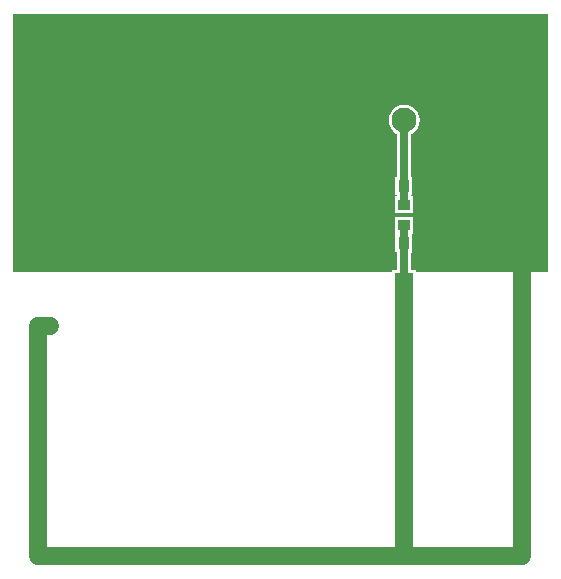
<source format=gtl>
G04 Layer_Physical_Order=1*
G04 Layer_Color=255*
%FSLAX24Y24*%
%MOIN*%
G70*
G01*
G75*
%ADD10R,0.0394X0.0354*%
%ADD11R,0.0591X0.0591*%
%ADD12R,0.0354X0.0394*%
%ADD13C,0.0591*%
%ADD14C,0.0276*%
%ADD15R,0.1181X0.0472*%
%ADD16C,0.0984*%
%ADD17C,0.0866*%
%ADD18C,0.0827*%
%ADD19C,0.0433*%
G36*
X27819Y20370D02*
X27352D01*
X27347Y20403D01*
X27308Y20499D01*
X27244Y20581D01*
X27162Y20645D01*
X27066Y20685D01*
X26962Y20698D01*
X26859Y20685D01*
X26763Y20645D01*
X26680Y20581D01*
X26617Y20499D01*
X26577Y20403D01*
X26573Y20370D01*
X23408D01*
Y20445D01*
X23266D01*
X23264Y21004D01*
X23293Y21033D01*
X23293D01*
Y21627D01*
X23313Y21668D01*
X23317D01*
Y22223D01*
X22723D01*
Y21671D01*
X22723Y21668D01*
X22723D01*
X22738Y21627D01*
X22738Y21627D01*
Y21033D01*
X22779D01*
X22781Y20480D01*
X22745Y20445D01*
X22617D01*
Y20370D01*
X10001D01*
Y21290D01*
X10001Y28986D01*
X27819Y28986D01*
X27819Y20370D01*
D02*
G37*
%LPC*%
G36*
X23030Y25948D02*
X22896Y25930D01*
X22771Y25878D01*
X22664Y25796D01*
X22582Y25689D01*
X22530Y25564D01*
X22512Y25430D01*
X22530Y25296D01*
X22582Y25171D01*
X22664Y25064D01*
X22771Y24982D01*
X22778Y24979D01*
Y23537D01*
X22738D01*
Y22943D01*
X22778D01*
Y22892D01*
X22723D01*
Y22337D01*
X23317D01*
Y22892D01*
X23262D01*
Y22943D01*
X23293D01*
Y23537D01*
X23262D01*
Y24971D01*
X23289Y24982D01*
X23396Y25064D01*
X23478Y25171D01*
X23530Y25296D01*
X23548Y25430D01*
X23530Y25564D01*
X23478Y25689D01*
X23396Y25796D01*
X23289Y25878D01*
X23164Y25930D01*
X23030Y25948D01*
D02*
G37*
%LPD*%
D10*
X23020Y21945D02*
D03*
Y22615D02*
D03*
D11*
X23012Y20049D02*
D03*
D12*
X23015Y23240D02*
D03*
X23685D02*
D03*
X23015Y21330D02*
D03*
X23685D02*
D03*
D13*
X10821Y18573D02*
X11212D01*
X10821Y10896D02*
Y18573D01*
Y10896D02*
X26962D01*
Y20299D01*
X23012Y10896D02*
Y20049D01*
D14*
X23018Y21920D02*
X23025Y19892D01*
X23020Y22615D02*
Y25450D01*
D15*
X27002Y20601D02*
D03*
D16*
X22030Y24430D02*
D03*
X22030Y26430D02*
D03*
X24030Y24430D02*
D03*
D17*
Y26430D02*
D03*
D18*
X23030Y25430D02*
D03*
D19*
X16776Y21034D02*
D03*
X14713D02*
D03*
X12651D02*
D03*
X18838D02*
D03*
X20901D02*
D03*
X25026D02*
D03*
X10588D02*
D03*
X11971Y22190D02*
D03*
X11381Y23371D02*
D03*
X11971Y24552D02*
D03*
X11381Y25733D02*
D03*
X11971Y26914D02*
D03*
X11381Y28095D02*
D03*
X13153Y22190D02*
D03*
X12562Y23371D02*
D03*
X13153Y24552D02*
D03*
X12562Y25733D02*
D03*
X13153Y26914D02*
D03*
X12562Y28095D02*
D03*
X14334Y22190D02*
D03*
X13743Y23371D02*
D03*
X14334Y24552D02*
D03*
X13743Y25733D02*
D03*
X14334Y26914D02*
D03*
X13743Y28095D02*
D03*
X15515Y22190D02*
D03*
X14924Y23371D02*
D03*
X15515Y24552D02*
D03*
X14924Y25733D02*
D03*
X15515Y26914D02*
D03*
X14924Y28095D02*
D03*
X16696Y22190D02*
D03*
X16105Y23371D02*
D03*
X16696Y24552D02*
D03*
X16105Y25733D02*
D03*
X16696Y26914D02*
D03*
X16105Y28095D02*
D03*
X17877Y22190D02*
D03*
X17286Y23371D02*
D03*
X17877Y24552D02*
D03*
X17286Y25733D02*
D03*
X17877Y26914D02*
D03*
X17286Y28095D02*
D03*
X19058Y22190D02*
D03*
X18468Y23371D02*
D03*
X19058Y24552D02*
D03*
X18468Y25733D02*
D03*
X19058Y26914D02*
D03*
X18468Y28095D02*
D03*
X20239Y22190D02*
D03*
X19649Y23371D02*
D03*
X20239Y24552D02*
D03*
X19649Y25733D02*
D03*
X20239Y26914D02*
D03*
X19649Y28095D02*
D03*
X21420Y22190D02*
D03*
X20830Y23371D02*
D03*
Y25733D02*
D03*
Y28095D02*
D03*
X22011Y23371D02*
D03*
Y28095D02*
D03*
X23783Y22190D02*
D03*
X23192Y28095D02*
D03*
X24964Y22190D02*
D03*
X24373Y23371D02*
D03*
X24964Y24552D02*
D03*
Y26914D02*
D03*
X24373Y28095D02*
D03*
X26145Y22190D02*
D03*
X25554Y23371D02*
D03*
X26145Y24552D02*
D03*
X25554Y25733D02*
D03*
X26145Y26914D02*
D03*
X25554Y28095D02*
D03*
X27326Y22190D02*
D03*
X26735Y23371D02*
D03*
X27326Y24552D02*
D03*
X26735Y25733D02*
D03*
X27326Y26914D02*
D03*
X26735Y28095D02*
D03*
M02*

</source>
